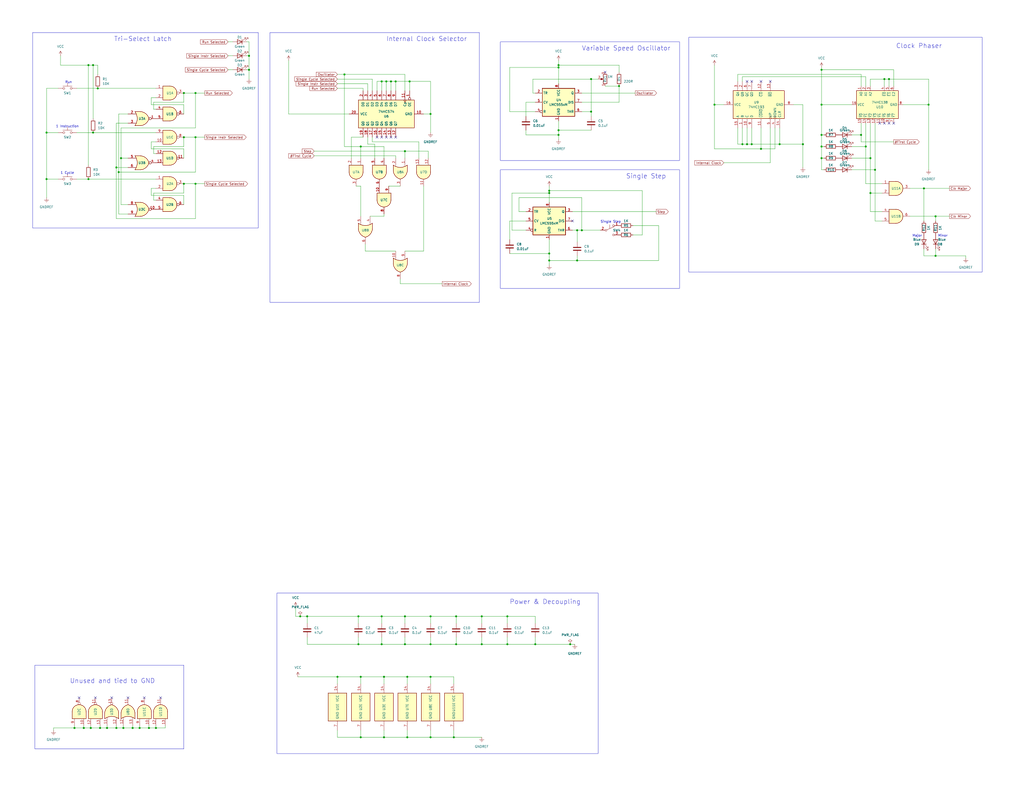
<source format=kicad_sch>
(kicad_sch (version 20230121) (generator eeschema)
  (paper "C")
  (title_block (title "<pcb-module>") (date "2022-10-29") (rev "1.0") (company "16-Bit Computer From Scratch") (comment 1 "Adam Clark (@eryjus)"))
  (junction (at 106.68 74.93))
  (junction (at 220.98 336.55))
  (junction (at 100.33 50.8))
  (junction (at 234.95 351.79))
  (junction (at 76.2 397.51))
  (junction (at 208.28 44.45))
  (junction (at 322.58 60.96))
  (junction (at 195.58 351.79))
  (junction (at 213.36 44.45))
  (junction (at 163.83 336.55))
  (junction (at 410.21 78.74))
  (junction (at 472.44 80.01))
  (junction (at 405.13 78.74))
  (junction (at 209.55 402.59))
  (junction (at 72.39 397.51))
  (junction (at 50.8 35.56))
  (junction (at 504.19 102.87))
  (junction (at 209.55 369.57))
  (junction (at 304.8 71.12))
  (junction (at 85.09 397.51))
  (junction (at 215.9 44.45))
  (junction (at 49.53 397.51))
  (junction (at 64.77 93.98))
  (junction (at 167.64 336.55))
  (junction (at 425.45 78.74))
  (junction (at 234.95 402.59))
  (junction (at 448.31 73.66))
  (junction (at 195.58 336.55))
  (junction (at 100.33 100.33))
  (junction (at 222.25 402.59))
  (junction (at 135.89 38.1))
  (junction (at 299.72 105.41))
  (junction (at 510.54 118.11))
  (junction (at 304.8 36.83))
  (junction (at 106.68 50.8))
  (junction (at 234.95 369.57))
  (junction (at 304.8 73.66))
  (junction (at 234.95 62.23))
  (junction (at 510.54 139.7))
  (junction (at 223.52 44.45))
  (junction (at 477.52 92.71))
  (junction (at 448.31 86.36))
  (junction (at 407.67 78.74))
  (junction (at 48.26 35.56))
  (junction (at 234.95 336.55))
  (junction (at 50.8 72.39))
  (junction (at 67.31 397.51))
  (junction (at 63.5 397.51))
  (junction (at 66.04 86.36))
  (junction (at 135.89 30.48))
  (junction (at 337.82 46.99))
  (junction (at 474.98 86.36))
  (junction (at 196.85 402.59))
  (junction (at 299.72 142.24))
  (junction (at 25.4 97.79))
  (junction (at 220.98 82.55))
  (junction (at 248.92 336.55))
  (junction (at 262.89 351.79))
  (junction (at 208.28 336.55))
  (junction (at 276.86 336.55))
  (junction (at 415.29 81.28))
  (junction (at 292.1 351.79))
  (junction (at 469.9 73.66))
  (junction (at 438.15 78.74))
  (junction (at 317.5 125.73))
  (junction (at 474.98 105.41))
  (junction (at 106.68 100.33))
  (junction (at 506.73 57.15))
  (junction (at 311.15 351.79))
  (junction (at 208.28 351.79))
  (junction (at 210.82 44.45))
  (junction (at 220.98 351.79))
  (junction (at 45.72 397.51))
  (junction (at 187.96 40.64))
  (junction (at 314.96 125.73))
  (junction (at 248.92 351.79))
  (junction (at 196.85 369.57))
  (junction (at 63.5 91.44))
  (junction (at 485.14 43.18))
  (junction (at 222.25 369.57))
  (junction (at 299.72 138.43))
  (junction (at 262.89 336.55))
  (junction (at 314.96 142.24))
  (junction (at 276.86 351.79))
  (junction (at 81.28 397.51))
  (junction (at 58.42 397.51))
  (junction (at 53.34 48.26))
  (junction (at 40.64 397.51))
  (junction (at 54.61 397.51))
  (junction (at 196.85 80.01))
  (junction (at 448.31 57.15))
  (junction (at 299.72 104.14))
  (junction (at 448.31 38.1))
  (junction (at 448.31 80.01))
  (junction (at 304.8 35.56))
  (junction (at 247.65 402.59))
  (junction (at 322.58 43.18))
  (junction (at 48.26 97.79))
  (junction (at 389.89 57.15))
  (junction (at 100.33 74.93))
  (junction (at 25.4 72.39))
  (junction (at 482.6 43.18))
  (junction (at 184.15 369.57))
  (no_connect (at 60.96 381))
  (no_connect (at 480.06 67.31))
  (no_connect (at 415.29 44.45))
  (no_connect (at 487.68 67.31))
  (no_connect (at 213.36 74.93))
  (no_connect (at 330.2 39.37))
  (no_connect (at 52.07 381))
  (no_connect (at 205.74 74.93))
  (no_connect (at 69.85 381))
  (no_connect (at 312.42 120.65))
  (no_connect (at 78.74 381))
  (no_connect (at 485.14 67.31))
  (no_connect (at 420.37 44.45))
  (no_connect (at 208.28 74.93))
  (no_connect (at 410.21 44.45))
  (no_connect (at 87.63 381))
  (no_connect (at 43.18 381))
  (no_connect (at 407.67 44.45))
  (no_connect (at 482.6 67.31))
  (no_connect (at 210.82 74.93))
  (no_connect (at 215.9 74.93))
  (wire (pts (xy 106.68 119.38) (xy 63.5 119.38)))
  (wire (pts (xy 50.8 35.56) (xy 53.34 35.56)))
  (wire (pts (xy 464.82 92.71) (xy 477.52 92.71)))
  (wire (pts (xy 196.85 86.36) (xy 196.85 80.01)))
  (wire (pts (xy 48.26 35.56) (xy 48.26 90.17)))
  (wire (pts (xy 389.89 57.15) (xy 389.89 35.56)))
  (wire (pts (xy 276.86 347.98) (xy 276.86 351.79)))
  (wire (pts (xy 234.95 62.23) (xy 234.95 44.45)))
  (wire (pts (xy 208.28 351.79) (xy 220.98 351.79)))
  (wire (pts (xy 215.9 85.09) (xy 171.45 85.09)))
  (wire (pts (xy 106.68 93.98) (xy 64.77 93.98)))
  (wire (pts (xy 31.75 48.26) (xy 25.4 48.26)))
  (wire (pts (xy 278.13 60.96) (xy 278.13 36.83)))
  (wire (pts (xy 203.2 77.47) (xy 228.6 77.47)))
  (wire (pts (xy 350.52 128.27) (xy 350.52 104.14)))
  (wire (pts (xy 83.82 80.01) (xy 100.33 80.01)))
  (wire (pts (xy 322.58 60.96) (xy 322.58 63.5)))
  (wire (pts (xy 510.54 118.11) (xy 510.54 120.65)))
  (wire (pts (xy 492.76 57.15) (xy 506.73 57.15)))
  (wire (pts (xy 208.28 340.36) (xy 208.28 336.55)))
  (wire (pts (xy 438.15 78.74) (xy 438.15 91.44)))
  (wire (pts (xy 228.6 77.47) (xy 228.6 86.36)))
  (wire (pts (xy 278.13 36.83) (xy 304.8 36.83)))
  (wire (pts (xy 299.72 138.43) (xy 299.72 142.24)))
  (wire (pts (xy 66.04 86.36) (xy 66.04 111.76)))
  (wire (pts (xy 184.15 45.72) (xy 200.66 45.72)))
  (wire (pts (xy 448.31 57.15) (xy 448.31 38.1)))
  (wire (pts (xy 312.42 115.57) (xy 358.14 115.57)))
  (wire (pts (xy 394.97 57.15) (xy 389.89 57.15)))
  (wire (pts (xy 106.68 50.8) (xy 111.76 50.8)))
  (wire (pts (xy 410.21 69.85) (xy 410.21 78.74)))
  (wire (pts (xy 53.34 48.26) (xy 85.09 48.26)))
  (wire (pts (xy 234.95 402.59) (xy 247.65 402.59)))
  (wire (pts (xy 231.14 137.16) (xy 220.98 137.16)))
  (wire (pts (xy 83.82 105.41) (xy 83.82 109.22)))
  (wire (pts (xy 100.33 50.8) (xy 100.33 55.88)))
  (wire (pts (xy 184.15 48.26) (xy 198.12 48.26)))
  (wire (pts (xy 215.9 44.45) (xy 223.52 44.45)))
  (wire (pts (xy 41.91 48.26) (xy 53.34 48.26)))
  (wire (pts (xy 76.2 396.24) (xy 76.2 397.51)))
  (wire (pts (xy 167.64 347.98) (xy 167.64 351.79)))
  (wire (pts (xy 83.82 109.22) (xy 85.09 109.22)))
  (wire (pts (xy 66.04 86.36) (xy 69.85 86.36)))
  (wire (pts (xy 100.33 74.93) (xy 106.68 74.93)))
  (wire (pts (xy 407.67 78.74) (xy 410.21 78.74)))
  (wire (pts (xy 196.85 118.11) (xy 196.85 101.6)))
  (wire (pts (xy 464.82 57.15) (xy 448.31 57.15)))
  (wire (pts (xy 31.75 97.79) (xy 25.4 97.79)))
  (wire (pts (xy 184.15 402.59) (xy 196.85 402.59)))
  (wire (pts (xy 196.85 369.57) (xy 209.55 369.57)))
  (wire (pts (xy 278.13 138.43) (xy 299.72 138.43)))
  (wire (pts (xy 234.95 369.57) (xy 234.95 373.38)))
  (wire (pts (xy 63.5 119.38) (xy 63.5 91.44)))
  (wire (pts (xy 54.61 396.24) (xy 54.61 397.51)))
  (wire (pts (xy 161.29 336.55) (xy 161.29 331.47)))
  (wire (pts (xy 29.21 397.51) (xy 40.64 397.51)))
  (wire (pts (xy 448.31 80.01) (xy 449.58 80.01)))
  (wire (pts (xy 449.58 92.71) (xy 448.31 92.71)))
  (wire (pts (xy 124.46 22.86) (xy 127 22.86)))
  (wire (pts (xy 234.95 351.79) (xy 248.92 351.79)))
  (wire (pts (xy 482.6 43.18) (xy 485.14 43.18)))
  (wire (pts (xy 195.58 340.36) (xy 195.58 336.55)))
  (wire (pts (xy 25.4 97.79) (xy 25.4 107.95)))
  (wire (pts (xy 135.89 22.86) (xy 135.89 30.48)))
  (wire (pts (xy 208.28 44.45) (xy 210.82 44.45)))
  (wire (pts (xy 283.21 115.57) (xy 283.21 107.95)))
  (wire (pts (xy 76.2 397.51) (xy 72.39 397.51)))
  (wire (pts (xy 425.45 78.74) (xy 438.15 78.74)))
  (wire (pts (xy 234.95 347.98) (xy 234.95 351.79)))
  (wire (pts (xy 287.02 73.66) (xy 304.8 73.66)))
  (wire (pts (xy 41.91 97.79) (xy 48.26 97.79)))
  (wire (pts (xy 248.92 347.98) (xy 248.92 351.79)))
  (wire (pts (xy 345.44 128.27) (xy 350.52 128.27)))
  (wire (pts (xy 394.97 88.9) (xy 420.37 88.9)))
  (wire (pts (xy 322.58 60.96) (xy 322.58 43.18)))
  (wire (pts (xy 326.39 43.18) (xy 322.58 43.18)))
  (wire (pts (xy 292.1 60.96) (xy 278.13 60.96)))
  (wire (pts (xy 33.02 35.56) (xy 33.02 30.48)))
  (wire (pts (xy 85.09 396.24) (xy 85.09 397.51)))
  (wire (pts (xy 469.9 40.64) (xy 469.9 46.99)))
  (wire (pts (xy 31.75 72.39) (xy 25.4 72.39)))
  (wire (pts (xy 209.55 402.59) (xy 222.25 402.59)))
  (wire (pts (xy 63.5 91.44) (xy 69.85 91.44)))
  (wire (pts (xy 299.72 101.6) (xy 299.72 104.14)))
  (wire (pts (xy 474.98 86.36) (xy 474.98 67.31)))
  (wire (pts (xy 485.14 43.18) (xy 485.14 46.99)))
  (wire (pts (xy 67.31 396.24) (xy 67.31 397.51)))
  (wire (pts (xy 464.82 80.01) (xy 472.44 80.01)))
  (wire (pts (xy 209.55 86.36) (xy 209.55 80.01)))
  (wire (pts (xy 187.96 80.01) (xy 187.96 40.64)))
  (wire (pts (xy 469.9 77.47) (xy 469.9 73.66)))
  (wire (pts (xy 415.29 69.85) (xy 415.29 81.28)))
  (wire (pts (xy 100.33 86.36) (xy 100.33 81.28)))
  (wire (pts (xy 487.68 77.47) (xy 469.9 77.47)))
  (wire (pts (xy 64.77 62.23) (xy 69.85 62.23)))
  (wire (pts (xy 472.44 80.01) (xy 472.44 100.33)))
  (wire (pts (xy 292.1 347.98) (xy 292.1 351.79)))
  (wire (pts (xy 220.98 347.98) (xy 220.98 351.79)))
  (wire (pts (xy 448.31 38.1) (xy 448.31 36.83)))
  (wire (pts (xy 474.98 115.57) (xy 474.98 105.41)))
  (wire (pts (xy 487.68 46.99) (xy 487.68 38.1)))
  (wire (pts (xy 223.52 49.53) (xy 223.52 44.45)))
  (wire (pts (xy 49.53 397.51) (xy 54.61 397.51)))
  (wire (pts (xy 485.14 43.18) (xy 506.73 43.18)))
  (wire (pts (xy 195.58 347.98) (xy 195.58 351.79)))
  (wire (pts (xy 222.25 402.59) (xy 234.95 402.59)))
  (wire (pts (xy 209.55 373.38) (xy 209.55 369.57)))
  (wire (pts (xy 157.48 62.23) (xy 157.48 33.02)))
  (wire (pts (xy 222.25 369.57) (xy 209.55 369.57)))
  (wire (pts (xy 100.33 111.76) (xy 100.33 106.68)))
  (wire (pts (xy 422.91 69.85) (xy 422.91 81.28)))
  (wire (pts (xy 314.96 125.73) (xy 312.42 125.73)))
  (wire (pts (xy 81.28 396.24) (xy 81.28 397.51)))
  (wire (pts (xy 82.55 53.34) (xy 85.09 53.34)))
  (wire (pts (xy 41.91 72.39) (xy 50.8 72.39)))
  (wire (pts (xy 100.33 50.8) (xy 106.68 50.8)))
  (wire (pts (xy 276.86 336.55) (xy 276.86 340.36)))
  (wire (pts (xy 212.09 101.6) (xy 218.44 101.6)))
  (wire (pts (xy 25.4 48.26) (xy 25.4 72.39)))
  (wire (pts (xy 504.19 102.87) (xy 518.16 102.87)))
  (wire (pts (xy 405.13 78.74) (xy 407.67 78.74)))
  (wire (pts (xy 67.31 397.51) (xy 63.5 397.51)))
  (wire (pts (xy 233.68 82.55) (xy 233.68 86.36)))
  (wire (pts (xy 198.12 74.93) (xy 191.77 74.93)))
  (wire (pts (xy 63.5 67.31) (xy 69.85 67.31)))
  (wire (pts (xy 198.12 48.26) (xy 198.12 49.53)))
  (wire (pts (xy 208.28 347.98) (xy 208.28 351.79)))
  (wire (pts (xy 90.17 396.24) (xy 90.17 397.51)))
  (wire (pts (xy 287.02 71.12) (xy 287.02 73.66)))
  (wire (pts (xy 402.59 44.45) (xy 402.59 40.64)))
  (wire (pts (xy 200.66 45.72) (xy 200.66 49.53)))
  (wire (pts (xy 322.58 71.12) (xy 304.8 71.12)))
  (wire (pts (xy 195.58 351.79) (xy 208.28 351.79)))
  (wire (pts (xy 167.64 336.55) (xy 163.83 336.55)))
  (wire (pts (xy 29.21 398.78) (xy 29.21 397.51)))
  (wire (pts (xy 196.85 101.6) (xy 194.31 101.6)))
  (wire (pts (xy 474.98 105.41) (xy 481.33 105.41)))
  (wire (pts (xy 222.25 398.78) (xy 222.25 402.59)))
  (wire (pts (xy 405.13 69.85) (xy 405.13 78.74)))
  (wire (pts (xy 247.65 402.59) (xy 262.89 402.59)))
  (wire (pts (xy 402.59 78.74) (xy 405.13 78.74)))
  (wire (pts (xy 167.64 351.79) (xy 195.58 351.79)))
  (wire (pts (xy 276.86 351.79) (xy 292.1 351.79)))
  (wire (pts (xy 287.02 115.57) (xy 283.21 115.57)))
  (wire (pts (xy 53.34 35.56) (xy 53.34 40.64)))
  (wire (pts (xy 63.5 91.44) (xy 63.5 67.31)))
  (wire (pts (xy 231.14 62.23) (xy 234.95 62.23)))
  (wire (pts (xy 474.98 115.57) (xy 481.33 115.57)))
  (wire (pts (xy 81.28 397.51) (xy 76.2 397.51)))
  (wire (pts (xy 248.92 351.79) (xy 262.89 351.79)))
  (wire (pts (xy 167.64 336.55) (xy 195.58 336.55)))
  (wire (pts (xy 278.13 120.65) (xy 287.02 120.65)))
  (wire (pts (xy 262.89 347.98) (xy 262.89 351.79)))
  (wire (pts (xy 50.8 72.39) (xy 85.09 72.39)))
  (wire (pts (xy 200.66 74.93) (xy 200.66 78.74)))
  (wire (pts (xy 218.44 152.4) (xy 218.44 154.94)))
  (wire (pts (xy 425.45 69.85) (xy 425.45 78.74)))
  (wire (pts (xy 63.5 397.51) (xy 63.5 396.24)))
  (wire (pts (xy 58.42 397.51) (xy 63.5 397.51)))
  (wire (pts (xy 506.73 57.15) (xy 506.73 92.71)))
  (wire (pts (xy 100.33 105.41) (xy 83.82 105.41)))
  (wire (pts (xy 299.72 130.81) (xy 299.72 138.43)))
  (wire (pts (xy 279.4 105.41) (xy 299.72 105.41)))
  (wire (pts (xy 234.95 72.39) (xy 234.95 62.23)))
  (wire (pts (xy 49.53 396.24) (xy 49.53 397.51)))
  (wire (pts (xy 66.04 69.85) (xy 66.04 86.36)))
  (wire (pts (xy 100.33 81.28) (xy 82.55 81.28)))
  (wire (pts (xy 100.33 100.33) (xy 106.68 100.33)))
  (wire (pts (xy 279.4 125.73) (xy 279.4 105.41)))
  (wire (pts (xy 83.82 55.88) (xy 83.82 59.69)))
  (wire (pts (xy 234.95 340.36) (xy 234.95 336.55)))
  (wire (pts (xy 220.98 40.64) (xy 220.98 49.53)))
  (wire (pts (xy 359.41 123.19) (xy 359.41 142.24)))
  (wire (pts (xy 317.5 55.88) (xy 337.82 55.88)))
  (wire (pts (xy 100.33 80.01) (xy 100.33 74.93)))
  (wire (pts (xy 322.58 43.18) (xy 290.83 43.18)))
  (wire (pts (xy 464.82 73.66) (xy 469.9 73.66)))
  (wire (pts (xy 304.8 76.2) (xy 304.8 73.66)))
  (wire (pts (xy 220.98 82.55) (xy 233.68 82.55)))
  (wire (pts (xy 90.17 397.51) (xy 85.09 397.51)))
  (wire (pts (xy 223.52 44.45) (xy 234.95 44.45)))
  (wire (pts (xy 210.82 44.45) (xy 213.36 44.45)))
  (wire (pts (xy 82.55 57.15) (xy 82.55 53.34)))
  (wire (pts (xy 82.55 106.68) (xy 82.55 102.87)))
  (wire (pts (xy 299.72 104.14) (xy 299.72 105.41)))
  (wire (pts (xy 405.13 44.45) (xy 405.13 41.91)))
  (wire (pts (xy 203.2 74.93) (xy 203.2 77.47)))
  (wire (pts (xy 504.19 120.65) (xy 504.19 102.87)))
  (wire (pts (xy 124.46 30.48) (xy 127 30.48)))
  (wire (pts (xy 327.66 125.73) (xy 317.5 125.73)))
  (wire (pts (xy 262.89 351.79) (xy 276.86 351.79)))
  (wire (pts (xy 420.37 88.9) (xy 420.37 69.85)))
  (wire (pts (xy 345.44 123.19) (xy 359.41 123.19)))
  (wire (pts (xy 200.66 78.74) (xy 204.47 78.74)))
  (wire (pts (xy 234.95 398.78) (xy 234.95 402.59)))
  (wire (pts (xy 134.62 38.1) (xy 135.89 38.1)))
  (wire (pts (xy 304.8 35.56) (xy 337.82 35.56)))
  (wire (pts (xy 184.15 40.64) (xy 187.96 40.64)))
  (wire (pts (xy 314.96 142.24) (xy 299.72 142.24)))
  (wire (pts (xy 220.98 336.55) (xy 208.28 336.55)))
  (wire (pts (xy 292.1 55.88) (xy 287.02 55.88)))
  (wire (pts (xy 247.65 369.57) (xy 234.95 369.57)))
  (wire (pts (xy 438.15 57.15) (xy 438.15 78.74)))
  (wire (pts (xy 299.72 144.78) (xy 299.72 142.24)))
  (wire (pts (xy 106.68 74.93) (xy 106.68 93.98)))
  (wire (pts (xy 292.1 351.79) (xy 311.15 351.79)))
  (wire (pts (xy 262.89 336.55) (xy 262.89 340.36)))
  (wire (pts (xy 402.59 40.64) (xy 469.9 40.64)))
  (wire (pts (xy 203.2 43.18) (xy 203.2 49.53)))
  (wire (pts (xy 134.62 30.48) (xy 135.89 30.48)))
  (wire (pts (xy 196.85 369.57) (xy 184.15 369.57)))
  (wire (pts (xy 247.65 398.78) (xy 247.65 402.59)))
  (wire (pts (xy 317.5 107.95) (xy 317.5 125.73)))
  (wire (pts (xy 248.92 336.55) (xy 248.92 340.36)))
  (wire (pts (xy 196.85 373.38) (xy 196.85 369.57)))
  (wire (pts (xy 106.68 74.93) (xy 111.76 74.93)))
  (wire (pts (xy 504.19 135.89) (xy 504.19 139.7)))
  (wire (pts (xy 422.91 81.28) (xy 415.29 81.28)))
  (wire (pts (xy 100.33 106.68) (xy 82.55 106.68)))
  (wire (pts (xy 337.82 46.99) (xy 337.82 55.88)))
  (wire (pts (xy 167.64 336.55) (xy 167.64 340.36)))
  (wire (pts (xy 402.59 69.85) (xy 402.59 78.74)))
  (wire (pts (xy 292.1 340.36) (xy 292.1 336.55)))
  (wire (pts (xy 448.31 80.01) (xy 448.31 73.66)))
  (wire (pts (xy 234.95 369.57) (xy 222.25 369.57)))
  (wire (pts (xy 64.77 93.98) (xy 64.77 62.23)))
  (wire (pts (xy 209.55 118.11) (xy 209.55 116.84)))
  (wire (pts (xy 290.83 50.8) (xy 292.1 50.8)))
  (wire (pts (xy 317.5 50.8) (xy 346.71 50.8)))
  (wire (pts (xy 448.31 92.71) (xy 448.31 86.36)))
  (wire (pts (xy 85.09 83.82) (xy 83.82 83.82)))
  (wire (pts (xy 135.89 38.1) (xy 135.89 43.18)))
  (wire (pts (xy 195.58 336.55) (xy 208.28 336.55)))
  (wire (pts (xy 304.8 33.02) (xy 304.8 35.56)))
  (wire (pts (xy 472.44 100.33) (xy 481.33 100.33)))
  (wire (pts (xy 205.74 44.45) (xy 208.28 44.45)))
  (wire (pts (xy 474.98 105.41) (xy 474.98 86.36)))
  (wire (pts (xy 40.64 396.24) (xy 40.64 397.51)))
  (wire (pts (xy 407.67 69.85) (xy 407.67 78.74)))
  (wire (pts (xy 106.68 100.33) (xy 106.68 119.38)))
  (wire (pts (xy 278.13 130.81) (xy 278.13 120.65)))
  (wire (pts (xy 317.5 125.73) (xy 314.96 125.73)))
  (wire (pts (xy 314.96 139.7) (xy 314.96 142.24)))
  (wire (pts (xy 299.72 105.41) (xy 299.72 110.49)))
  (wire (pts (xy 487.68 38.1) (xy 448.31 38.1)))
  (wire (pts (xy 314.96 125.73) (xy 314.96 132.08)))
  (wire (pts (xy 504.19 139.7) (xy 510.54 139.7)))
  (wire (pts (xy 72.39 396.24) (xy 72.39 397.51)))
  (wire (pts (xy 40.64 397.51) (xy 45.72 397.51)))
  (wire (pts (xy 474.98 43.18) (xy 482.6 43.18)))
  (wire (pts (xy 83.82 59.69) (xy 85.09 59.69)))
  (wire (pts (xy 100.33 55.88) (xy 83.82 55.88)))
  (wire (pts (xy 209.55 398.78) (xy 209.55 402.59)))
  (wire (pts (xy 196.85 80.01) (xy 187.96 80.01)))
  (wire (pts (xy 510.54 139.7) (xy 510.54 135.89)))
  (wire (pts (xy 215.9 49.53) (xy 215.9 44.45)))
  (wire (pts (xy 58.42 396.24) (xy 58.42 397.51)))
  (wire (pts (xy 283.21 107.95) (xy 317.5 107.95)))
  (wire (pts (xy 350.52 104.14) (xy 299.72 104.14)))
  (wire (pts (xy 85.09 397.51) (xy 81.28 397.51)))
  (wire (pts (xy 64.77 116.84) (xy 64.77 93.98)))
  (wire (pts (xy 69.85 116.84) (xy 64.77 116.84)))
  (wire (pts (xy 247.65 373.38) (xy 247.65 369.57)))
  (wire (pts (xy 359.41 142.24) (xy 314.96 142.24)))
  (wire (pts (xy 220.98 336.55) (xy 234.95 336.55)))
  (wire (pts (xy 222.25 373.38) (xy 222.25 369.57)))
  (wire (pts (xy 472.44 41.91) (xy 472.44 46.99)))
  (wire (pts (xy 472.44 67.31) (xy 472.44 80.01)))
  (wire (pts (xy 304.8 36.83) (xy 304.8 45.72)))
  (wire (pts (xy 496.57 118.11) (xy 510.54 118.11)))
  (wire (pts (xy 100.33 100.33) (xy 100.33 105.41)))
  (wire (pts (xy 124.46 38.1) (xy 127 38.1)))
  (wire (pts (xy 477.52 92.71) (xy 477.52 67.31)))
  (wire (pts (xy 415.29 81.28) (xy 389.89 81.28)))
  (wire (pts (xy 220.98 351.79) (xy 234.95 351.79)))
  (wire (pts (xy 82.55 102.87) (xy 85.09 102.87)))
  (wire (pts (xy 82.55 81.28) (xy 82.55 77.47)))
  (wire (pts (xy 201.93 118.11) (xy 209.55 118.11)))
  (wire (pts (xy 66.04 111.76) (xy 69.85 111.76)))
  (wire (pts (xy 481.33 120.65) (xy 477.52 120.65)))
  (wire (pts (xy 496.57 102.87) (xy 504.19 102.87)))
  (wire (pts (xy 106.68 100.33) (xy 111.76 100.33)))
  (wire (pts (xy 231.14 101.6) (xy 231.14 137.16)))
  (wire (pts (xy 464.82 86.36) (xy 474.98 86.36)))
  (wire (pts (xy 106.68 50.8) (xy 106.68 69.85)))
  (wire (pts (xy 210.82 49.53) (xy 210.82 44.45)))
  (wire (pts (xy 190.5 62.23) (xy 157.48 62.23)))
  (wire (pts (xy 389.89 81.28) (xy 389.89 57.15)))
  (wire (pts (xy 215.9 137.16) (xy 199.39 137.16)))
  (wire (pts (xy 477.52 120.65) (xy 477.52 92.71)))
  (wire (pts (xy 510.54 118.11) (xy 518.16 118.11)))
  (wire (pts (xy 106.68 69.85) (xy 66.04 69.85)))
  (wire (pts (xy 134.62 22.86) (xy 135.89 22.86)))
  (wire (pts (xy 196.85 402.59) (xy 209.55 402.59)))
  (wire (pts (xy 337.82 39.37) (xy 337.82 35.56)))
  (wire (pts (xy 330.2 46.99) (xy 337.82 46.99)))
  (wire (pts (xy 311.15 351.79) (xy 313.69 351.79)))
  (wire (pts (xy 54.61 397.51) (xy 58.42 397.51)))
  (wire (pts (xy 50.8 64.77) (xy 50.8 35.56)))
  (wire (pts (xy 218.44 154.94) (xy 241.3 154.94)))
  (wire (pts (xy 48.26 97.79) (xy 85.09 97.79)))
  (wire (pts (xy 304.8 73.66) (xy 304.8 71.12)))
  (wire (pts (xy 33.02 35.56) (xy 48.26 35.56)))
  (wire (pts (xy 304.8 71.12) (xy 304.8 66.04)))
  (wire (pts (xy 410.21 78.74) (xy 425.45 78.74)))
  (wire (pts (xy 482.6 43.18) (xy 482.6 46.99)))
  (wire (pts (xy 215.9 86.36) (xy 215.9 85.09)))
  (wire (pts (xy 82.55 77.47) (xy 85.09 77.47)))
  (wire (pts (xy 448.31 73.66) (xy 448.31 57.15)))
  (wire (pts (xy 204.47 78.74) (xy 204.47 86.36)))
  (wire (pts (xy 220.98 340.36) (xy 220.98 336.55)))
  (wire (pts (xy 209.55 80.01) (xy 196.85 80.01)))
  (wire (pts (xy 527.05 139.7) (xy 527.05 140.97)))
  (wire (pts (xy 510.54 139.7) (xy 527.05 139.7)))
  (wire (pts (xy 187.96 40.64) (xy 220.98 40.64)))
  (wire (pts (xy 276.86 336.55) (xy 292.1 336.55)))
  (wire (pts (xy 184.15 369.57) (xy 184.15 373.38)))
  (wire (pts (xy 213.36 44.45) (xy 215.9 44.45)))
  (wire (pts (xy 184.15 369.57) (xy 162.56 369.57)))
  (wire (pts (xy 287.02 55.88) (xy 287.02 63.5)))
  (wire (pts (xy 199.39 133.35) (xy 199.39 137.16)))
  (wire (pts (xy 262.89 336.55) (xy 276.86 336.55)))
  (wire (pts (xy 184.15 43.18) (xy 203.2 43.18)))
  (wire (pts (xy 135.89 30.48) (xy 135.89 38.1)))
  (wire (pts (xy 469.9 73.66) (xy 469.9 67.31)))
  (wire (pts (xy 448.31 73.66) (xy 449.58 73.66)))
  (wire (pts (xy 100.33 57.15) (xy 82.55 57.15)))
  (wire (pts (xy 474.98 46.99) (xy 474.98 43.18)))
  (wire (pts (xy 48.26 35.56) (xy 50.8 35.56)))
  (wire (pts (xy 196.85 398.78) (xy 196.85 402.59)))
  (wire (pts (xy 448.31 86.36) (xy 449.58 86.36)))
  (wire (pts (xy 290.83 43.18) (xy 290.83 50.8)))
  (wire (pts (xy 25.4 72.39) (xy 25.4 97.79)))
  (wire (pts (xy 163.83 336.55) (xy 161.29 336.55)))
  (wire (pts (xy 433.07 57.15) (xy 438.15 57.15)))
  (wire (pts (xy 191.77 74.93) (xy 191.77 86.36)))
  (wire (pts (xy 45.72 397.51) (xy 49.53 397.51)))
  (wire (pts (xy 234.95 336.55) (xy 248.92 336.55)))
  (wire (pts (xy 405.13 41.91) (xy 472.44 41.91)))
  (wire (pts (xy 287.02 125.73) (xy 279.4 125.73)))
  (wire (pts (xy 220.98 82.55) (xy 220.98 86.36)))
  (wire (pts (xy 184.15 398.78) (xy 184.15 402.59)))
  (wire (pts (xy 83.82 83.82) (xy 83.82 80.01)))
  (wire (pts (xy 208.28 49.53) (xy 208.28 44.45)))
  (wire (pts (xy 304.8 35.56) (xy 304.8 36.83)))
  (wire (pts (xy 448.31 86.36) (xy 448.31 80.01)))
  (wire (pts (xy 171.45 82.55) (xy 220.98 82.55)))
  (wire (pts (xy 100.33 62.23) (xy 100.33 57.15)))
  (wire (pts (xy 317.5 60.96) (xy 322.58 60.96)))
  (wire (pts (xy 506.73 43.18) (xy 506.73 57.15)))
  (wire (pts (xy 213.36 49.53) (xy 213.36 44.45)))
  (wire (pts (xy 45.72 396.24) (xy 45.72 397.51)))
  (wire (pts (xy 72.39 397.51) (xy 67.31 397.51)))
  (wire (pts (xy 248.92 336.55) (xy 262.89 336.55)))
  (wire (pts (xy 205.74 49.53) (xy 205.74 44.45)))
  (rectangle (start 151.13 323.85) (end 326.39 411.48))
  (rectangle (start 273.05 92.71) (end 370.84 157.48))
  (rectangle (start 375.92 20.32) (end 535.94 148.59))
  (rectangle (start 273.05 22.86) (end 370.84 87.63))
  (rectangle (start 17.78 17.78) (end 140.97 124.46))
  (rectangle (start 147.32 17.78) (end 261.62 165.1))
  (rectangle (start 19.05 363.22) (end 100.33 408.94))
  (text "Internal Clock Selector" (at 210.82 22.86 0) (effects (font (size 2.5 2.5)) (justify left bottom)))
  (text "Major" (at 497.84 129.54 0) (effects (font (size 1.27 1.27)) (justify left bottom)))
  (text "1 Instruction" (at 30.48 69.85 0) (effects (font (size 1.27 1.27)) (justify left bottom)))
  (text "Tri-Select Latch" (at 62.23 22.86 0) (effects (font (size 2.5 2.5)) (justify left bottom)))
  (text "Run" (at 35.56 45.72 0) (effects (font (size 1.27 1.27)) (justify left bottom)))
  (text "Minor" (at 511.81 129.54 0) (effects (font (size 1.27 1.27)) (justify left bottom)))
  (text "Power & Decoupling" (at 278.13 330.2 0) (effects (font (size 2.5 2.5)) (justify left bottom)))
  (text "1 Cycle" (at 33.02 95.25 0) (effects (font (size 1.27 1.27)) (justify left bottom)))
  (text "Single Step" (at 341.63 97.79 0) (effects (font (size 2.5 2.5)) (justify left bottom)))
  (text "Single Step" (at 327.66 121.92 0) (effects (font (size 1.27 1.27)) (justify left bottom)))
  (text "Clock Phaser" (at 488.95 26.67 0) (effects (font (size 2.5 2.5)) (justify left bottom)))
  (text "Variable Speed Oscillator" (at 317.5 27.94 0) (effects (font (size 2.5 2.5)) (justify left bottom)))
  (text "Unused and tied to GND" (at 38.1 373.38 0) (effects (font (size 2.5 2.5)) (justify left bottom)))
  (global_label "Oscillator" (shape input) (at 184.15 40.64 180) (property "Intersheetrefs" "${INTERSHEET_REFS}" (effects hide)))
  (global_label "Single Cycle Selected" (shape input) (at 184.15 43.18 180) (property "Intersheetrefs" "${INTERSHEET_REFS}" (effects hide)))
  (global_label "Run Selected" (shape input) (at 184.15 48.26 180) (property "Intersheetrefs" "${INTERSHEET_REFS}" (effects hide)))
  (global_label "Run Selected" (shape output) (at 111.76 50.8 0) (property "Intersheetrefs" "${INTERSHEET_REFS}" (effects hide)))
  (global_label "Internal Clock" (shape input) (at 394.97 88.9 180) (property "Intersheetrefs" "${INTERSHEET_REFS}" (effects hide)))
  (global_label "Internal Clock" (shape output) (at 241.3 154.94 0) (property "Intersheetrefs" "${INTERSHEET_REFS}" (effects hide)))
  (global_label "Single Instr Selected" (shape output) (at 111.76 74.93 0) (property "Intersheetrefs" "${INTERSHEET_REFS}" (effects hide)))
  (global_label "#First Cycle" (shape input) (at 171.45 85.09 180) (property "Intersheetrefs" "${INTERSHEET_REFS}" (effects hide)))
  (global_label "Clk Major" (shape output) (at 518.16 102.87 0) (property "Intersheetrefs" "${INTERSHEET_REFS}" (effects hide)))
  (global_label "Single Instr Selected" (shape input) (at 124.46 30.48 180) (property "Intersheetrefs" "${INTERSHEET_REFS}" (effects hide)))
  (global_label "Step" (shape output) (at 358.14 115.57 0) (property "Intersheetrefs" "${INTERSHEET_REFS}" (effects hide)))
  (global_label "Single Instr Selected" (shape input) (at 184.15 45.72 180) (property "Intersheetrefs" "${INTERSHEET_REFS}" (effects hide)))
  (global_label "#First Cycle" (shape output) (at 487.68 77.47 0) (property "Intersheetrefs" "${INTERSHEET_REFS}" (effects hide)))
  (global_label "Single Cycle Selected" (shape output) (at 111.76 100.33 0) (property "Intersheetrefs" "${INTERSHEET_REFS}" (effects hide)))
  (global_label "Oscillator" (shape output) (at 346.71 50.8 0) (property "Intersheetrefs" "${INTERSHEET_REFS}" (effects hide)))
  (global_label "Single Cycle Selected" (shape input) (at 124.46 38.1 180) (property "Intersheetrefs" "${INTERSHEET_REFS}" (effects hide)))
  (global_label "Step" (shape input) (at 171.45 82.55 180) (property "Intersheetrefs" "${INTERSHEET_REFS}" (effects hide)))
  (global_label "Clk Minor" (shape output) (at 518.16 118.11 0) (property "Intersheetrefs" "${INTERSHEET_REFS}" (effects hide)))
  (global_label "Run Selected" (shape input) (at 124.46 22.86 180) (property "Intersheetrefs" "${INTERSHEET_REFS}" (effects hide)))
  (symbol (lib_id "Device:R") (at 337.82 43.18 0) (unit 1)
    (property "Reference" "R4" (at 337.82 44.45 90) (effects (justify left)))
    (property "Value" "220R" (at 340.36 44.45 0) (effects (justify left)))
  )
  (symbol (lib_id "Device:R") (at 453.39 80.01 90) (unit 1)
    (property "Reference" "R8" (at 453.39 80.01 90))
    (property "Value" "1K" (at 453.39 77.47 90))
  )
  (symbol (lib_id "Device:C") (at 278.13 134.62 0) (unit 1)
    (property "Reference" "C8" (at 281.94 133.35 0) (effects (justify left)))
    (property "Value" "0.01uF" (at 281.94 135.89 0) (effects (justify left)))
  )
  (symbol (lib_id "eryjus:74HC08") (at 194.31 93.98 270) (unit 1)
    (property "Reference" "U7" (at 194.31 93.98 90))
    (property "Value" "74HC08" (effects hide))
    (property "Datasheet" "http://www.ti.com/lit/gpn/sn74HC08" (effects hide))
  )
  (symbol (lib_id "74xx:74HC02") (at 77.47 88.9 0) (unit 2)
    (property "Reference" "U3" (at 77.47 88.9 0))
    (property "Value" "74HC02" (effects hide))
    (property "Datasheet" "http://www.ti.com/lit/gpn/sn74hc02" (effects hide))
  )
  (symbol (lib_id "Device:R") (at 53.34 44.45 0) (unit 1)
    (property "Reference" "R1" (at 55.88 43.18 0) (effects (justify left)))
    (property "Value" "10K" (at 55.88 45.72 0) (effects (justify left)))
  )
  (symbol (lib_id "eryjus:74HC08") (at 488.95 118.11 0) (unit 2)
    (property "Reference" "U11" (at 488.95 118.11 0))
    (property "Value" "74HC00" (effects hide))
    (property "Datasheet" "http://www.ti.com/lit/gpn/sn74HC08" (effects hide))
  )
  (symbol (lib_id "eryjus:74HC08") (at 78.74 388.62 90) (unit 3)
    (property "Reference" "U11" (at 78.74 388.62 0))
    (property "Value" "74HC00" (effects hide))
    (property "Datasheet" "http://www.ti.com/lit/gpn/sn74HC08" (effects hide))
  )
  (symbol (lib_id "eryjus:74HC32") (at 218.44 93.98 270) (unit 1)
    (property "Reference" "U8" (at 218.44 93.98 90))
    (property "Value" "74HC32" (effects hide))
    (property "Datasheet" "http://www.ti.com/lit/gpn/sn74HC32" (effects hide))
  )
  (symbol (lib_id "74xx:74HC00") (at 184.15 386.08 0) (mirror y) (unit 5)
    (property "Reference" "U1" (at 184.15 386.08 90))
    (property "Value" "74HC00" (effects hide))
    (property "Datasheet" "http://www.ti.com/lit/gpn/sn74hc00" (effects hide))
  )
  (symbol (lib_id "power:VCC") (at 157.48 33.02 0) (mirror y) (unit 1)
    (property "Reference" "#PWR013" (effects hide))
    (property "Value" "VCC" (at 157.48 27.94 0))
  )
  (symbol (lib_id "eryjus:74HC08") (at 247.65 386.08 0) (unit 5)
    (property "Reference" "U11" (at 247.65 386.08 90))
    (property "Value" "74HC00" (effects hide))
    (property "Datasheet" "http://www.ti.com/lit/gpn/sn74HC08" (effects hide))
  )
  (symbol (lib_id "Device:R_Potentiometer") (at 330.2 43.18 180) (unit 1)
    (property "Reference" "RV1" (at 330.2 43.18 90))
    (property "Value" "1M" (at 331.47 41.91 0) (effects (justify right)))
  )
  (symbol (lib_id "power:GNDREF") (at 262.89 402.59 0) (mirror y) (unit 1)
    (property "Reference" "#PWR03" (effects hide))
    (property "Value" "GNDREF" (at 262.89 407.67 0))
  )
  (symbol (lib_id "power:GNDREF") (at 25.4 107.95 0) (unit 1)
    (property "Reference" "#PWR01" (effects hide))
    (property "Value" "GNDREF" (at 25.4 113.03 0))
  )
  (symbol (lib_id "Device:R") (at 50.8 68.58 0) (unit 1)
    (property "Reference" "R2" (at 53.34 67.31 0) (effects (justify left)))
    (property "Value" "10K" (at 53.34 69.85 0) (effects (justify left)))
  )
  (symbol (lib_id "Device:R") (at 48.26 93.98 0) (unit 1)
    (property "Reference" "R3" (at 50.8 92.71 0) (effects (justify left)))
    (property "Value" "10K" (at 50.8 95.25 0) (effects (justify left)))
  )
  (symbol (lib_id "power:VCC") (at 448.31 36.83 0) (mirror y) (unit 1)
    (property "Reference" "#PWR017" (effects hide))
    (property "Value" "VCC" (at 448.31 31.75 0))
  )
  (symbol (lib_id "Switch:SW_Push") (at 36.83 72.39 0) (unit 1)
    (property "Reference" "SW2" (at 36.83 74.93 0))
    (property "Value" "SPST Momentary" (effects hide))
  )
  (symbol (lib_id "Device:C") (at 167.64 344.17 0) (unit 1)
    (property "Reference" "C1" (at 171.45 342.9 0) (effects (justify left)))
    (property "Value" "47uF" (at 171.45 345.44 0) (effects (justify left)))
  )
  (symbol (lib_id "power:PWR_FLAG") (at 311.15 351.79 0) (unit 1)
    (property "Reference" "#FLG02" (effects hide))
    (property "Value" "PWR_FLAG" (at 311.15 346.71 0))
  )
  (symbol (lib_id "74xx:74HC00") (at 92.71 111.76 0) (unit 2)
    (property "Reference" "U2" (at 92.71 111.76 0))
    (property "Value" "74HC00" (effects hide))
    (property "Datasheet" "http://www.ti.com/lit/gpn/sn74hc00" (effects hide))
  )
  (symbol (lib_id "Device:C") (at 322.58 67.31 0) (unit 1)
    (property "Reference" "C5" (at 326.39 66.04 0) (effects (justify left)))
    (property "Value" "0.1uF" (at 326.39 68.58 0) (effects (justify left)))
  )
  (symbol (lib_id "power:GNDREF") (at 299.72 144.78 0) (unit 1)
    (property "Reference" "#PWR011" (effects hide))
    (property "Value" "GNDREF" (at 299.72 149.86 0))
  )
  (symbol (lib_id "74xx:74HC02") (at 77.47 114.3 0) (unit 3)
    (property "Reference" "U3" (at 77.47 114.3 0))
    (property "Value" "74HC02" (effects hide))
    (property "Datasheet" "http://www.ti.com/lit/gpn/sn74hc02" (effects hide))
  )
  (symbol (lib_id "Device:C") (at 276.86 344.17 0) (unit 1)
    (property "Reference" "C12" (at 280.67 342.9 0) (effects (justify left)))
    (property "Value" "0.1uF" (at 280.67 345.44 0) (effects (justify left)))
  )
  (symbol (lib_id "74xx:74HC00") (at 52.07 388.62 90) (unit 4)
    (property "Reference" "U2" (at 52.07 388.62 0))
    (property "Value" "74HC00" (effects hide))
    (property "Datasheet" "http://www.ti.com/lit/gpn/sn74hc00" (effects hide))
  )
  (symbol (lib_id "power:VCC") (at 389.89 35.56 0) (mirror y) (unit 1)
    (property "Reference" "#PWR016" (effects hide))
    (property "Value" "VCC" (at 389.89 30.48 0))
  )
  (symbol (lib_id "power:GNDREF") (at 304.8 76.2 0) (unit 1)
    (property "Reference" "#PWR08" (effects hide))
    (property "Value" "GNDREF" (at 304.8 81.28 0))
  )
  (symbol (lib_id "eryjus:74HC574") (at 210.82 62.23 90) (mirror x) (unit 1)
    (property "Reference" "U6" (at 210.82 63.5 90))
    (property "Value" "74HC574" (at 210.82 60.96 90))
    (property "Datasheet" "http://www.ti.com/lit/gpn/sn74HC574" (effects hide))
  )
  (symbol (lib_id "Device:C") (at 208.28 344.17 0) (unit 1)
    (property "Reference" "C3" (at 212.09 342.9 0) (effects (justify left)))
    (property "Value" "0.1uF" (at 212.09 345.44 0) (effects (justify left)))
  )
  (symbol (lib_id "power:GNDREF") (at 527.05 140.97 0) (mirror y) (unit 1)
    (property "Reference" "#PWR019" (effects hide))
    (property "Value" "GNDREF" (at 527.05 146.05 0))
  )
  (symbol (lib_id "74xx:74HC02") (at 77.47 64.77 0) (unit 1)
    (property "Reference" "U3" (at 77.47 64.77 0))
    (property "Value" "74HC02" (effects hide))
    (property "Datasheet" "http://www.ti.com/lit/gpn/sn74hc02" (effects hide))
  )
  (symbol (lib_id "eryjus:74HC08") (at 207.01 93.98 270) (unit 2)
    (property "Reference" "U7" (at 207.01 93.98 90))
    (property "Value" "74HC08" (effects hide))
    (property "Datasheet" "http://www.ti.com/lit/gpn/sn74HC08" (effects hide))
  )
  (symbol (lib_id "Device:LED") (at 130.81 22.86 180) (unit 1)
    (property "Reference" "D1" (at 130.81 20.32 0))
    (property "Value" "Green" (at 130.81 25.4 0))
  )
  (symbol (lib_id "Device:LED") (at 461.01 73.66 180) (unit 1)
    (property "Reference" "D4" (at 462.28 69.85 0) (effects (justify left)))
    (property "Value" "Green" (at 461.01 71.12 0))
  )
  (symbol (lib_id "power:VCC") (at 33.02 30.48 0) (unit 1)
    (property "Reference" "#PWR02" (effects hide))
    (property "Value" "VCC" (at 33.02 25.4 0))
  )
  (symbol (lib_id "eryjus:74HC32") (at 69.85 388.62 90) (unit 4)
    (property "Reference" "U8" (at 69.85 388.62 0))
    (property "Value" "74HC32" (effects hide))
    (property "Datasheet" "http://www.ti.com/lit/gpn/sn74HC32" (effects hide))
  )
  (symbol (lib_id "Device:LED") (at 130.81 38.1 180) (unit 1)
    (property "Reference" "D3" (at 130.81 35.56 0))
    (property "Value" "Green" (at 130.81 40.64 0))
  )
  (symbol (lib_id "power:GNDREF") (at 313.69 351.79 0) (mirror y) (unit 1)
    (property "Reference" "#PWR06" (effects hide))
    (property "Value" "GNDREF" (at 313.69 356.87 0))
  )
  (symbol (lib_id "eryjus:74HC08") (at 222.25 386.08 0) (unit 5)
    (property "Reference" "U7" (at 222.25 386.08 90))
    (property "Value" "74HC08" (effects hide))
    (property "Datasheet" "http://www.ti.com/lit/gpn/sn74HC08" (effects hide))
  )
  (symbol (lib_id "74xx:74HC00") (at 92.71 50.8 0) (unit 1)
    (property "Reference" "U1" (at 92.71 50.8 0))
    (property "Value" "74HC00" (effects hide))
    (property "Datasheet" "http://www.ti.com/lit/gpn/sn74hc00" (effects hide))
  )
  (symbol (lib_id "74xx:74HC00") (at 92.71 86.36 0) (unit 4)
    (property "Reference" "U1" (at 92.71 86.36 0))
    (property "Value" "74HC00" (effects hide))
    (property "Datasheet" "http://www.ti.com/lit/gpn/sn74hc00" (effects hide))
  )
  (symbol (lib_id "Device:LED") (at 130.81 30.48 180) (unit 1)
    (property "Reference" "D2" (at 130.81 27.94 0))
    (property "Value" "Green" (at 130.81 33.02 0))
  )
  (symbol (lib_id "eryjus:74HC32") (at 199.39 125.73 270) (unit 2)
    (property "Reference" "U8" (at 199.39 125.73 90))
    (property "Value" "74HC32" (effects hide))
    (property "Datasheet" "http://www.ti.com/lit/gpn/sn74HC32" (effects hide))
  )
  (symbol (lib_id "Device:C") (at 292.1 344.17 0) (unit 1)
    (property "Reference" "C13" (at 295.91 342.9 0) (effects (justify left)))
    (property "Value" "0.1uF" (at 295.91 345.44 0) (effects (justify left)))
  )
  (symbol (lib_id "eryjus:74HC08") (at 87.63 388.62 90) (unit 4)
    (property "Reference" "U11" (at 87.63 388.62 0))
    (property "Value" "74HC00" (effects hide))
    (property "Datasheet" "http://www.ti.com/lit/gpn/sn74HC08" (effects hide))
  )
  (symbol (lib_id "power:GNDREF") (at 234.95 72.39 0) (mirror y) (unit 1)
    (property "Reference" "#PWR014" (effects hide))
    (property "Value" "GNDREF" (at 234.95 77.47 0))
  )
  (symbol (lib_id "74xx:74HC02") (at 209.55 386.08 0) (mirror y) (unit 5)
    (property "Reference" "U3" (at 209.55 386.08 90))
    (property "Value" "74HC02" (effects hide))
    (property "Datasheet" "http://www.ti.com/lit/gpn/sn74hc02" (effects hide))
  )
  (symbol (lib_id "Device:C") (at 220.98 344.17 0) (unit 1)
    (property "Reference" "C4" (at 224.79 342.9 0) (effects (justify left)))
    (property "Value" "0.1uF" (at 224.79 345.44 0) (effects (justify left)))
  )
  (symbol (lib_id "Device:LED") (at 510.54 132.08 90) (unit 1)
    (property "Reference" "D8" (at 514.35 133.35 90) (effects (justify left)))
    (property "Value" "Blue" (at 511.81 130.81 90) (effects (justify right)))
  )
  (symbol (lib_id "eryjus:74HC08") (at 488.95 102.87 0) (unit 1)
    (property "Reference" "U11" (at 488.95 102.87 0))
    (property "Value" "74HC00" (effects hide))
    (property "Datasheet" "http://www.ti.com/lit/gpn/sn74HC08" (effects hide))
  )
  (symbol (lib_id "eryjus:74HC32") (at 218.44 144.78 270) (unit 3)
    (property "Reference" "U8" (at 218.44 144.78 90))
    (property "Value" "74HC32" (effects hide))
    (property "Datasheet" "http://www.ti.com/lit/gpn/sn74HC32" (effects hide))
  )
  (symbol (lib_id "Device:R") (at 510.54 124.46 0) (unit 1)
    (property "Reference" "R11" (at 510.54 124.46 90))
    (property "Value" "1K" (at 513.08 124.46 90))
  )
  (symbol (lib_id "74xx:74HC138") (at 480.06 57.15 90) (mirror x) (unit 1)
    (property "Reference" "U10" (at 480.06 58.42 90))
    (property "Value" "74HC138" (at 480.06 55.88 90))
    (property "Datasheet" "http://www.ti.com/lit/ds/symlink/cd74hc238.pdf" (effects hide))
  )
  (symbol (lib_id "Device:R") (at 453.39 73.66 90) (unit 1)
    (property "Reference" "R7" (at 453.39 73.66 90))
    (property "Value" "1K" (at 453.39 71.12 90))
  )
  (symbol (lib_id "eryjus:74HC193") (at 412.75 57.15 90) (unit 1)
    (property "Reference" "U9" (at 412.75 55.88 90))
    (property "Value" "74HC193" (at 412.75 58.42 90))
    (property "Datasheet" "https://www.ti.com/lit/ds/symlink/cd74hc192.pdf" (effects hide))
  )
  (symbol (lib_id "power:PWR_FLAG") (at 163.83 336.55 0) (unit 1)
    (property "Reference" "#FLG01" (effects hide))
    (property "Value" "PWR_FLAG" (at 163.83 331.47 0))
  )
  (symbol (lib_id "power:VCC") (at 304.8 33.02 0) (unit 1)
    (property "Reference" "#PWR09" (effects hide))
    (property "Value" "VCC" (at 304.8 27.94 0))
  )
  (symbol (lib_id "74xx:74HC00") (at 92.71 100.33 0) (unit 1)
    (property "Reference" "U2" (at 92.71 100.33 0))
    (property "Value" "74HC00" (effects hide))
    (property "Datasheet" "http://www.ti.com/lit/gpn/sn74hc00" (effects hide))
  )
  (symbol (lib_id "Device:LED") (at 504.19 132.08 90) (unit 1)
    (property "Reference" "D9" (at 501.65 133.35 90) (effects (justify left)))
    (property "Value" "Blue" (at 500.38 130.81 90))
  )
  (symbol (lib_id "Device:C") (at 287.02 67.31 0) (unit 1)
    (property "Reference" "C6" (at 290.83 66.04 0) (effects (justify left)))
    (property "Value" "0.01uF" (at 290.83 68.58 0) (effects (justify left)))
  )
  (symbol (lib_id "Device:LED") (at 461.01 86.36 180) (unit 1)
    (property "Reference" "D6" (at 462.28 82.55 0) (effects (justify left)))
    (property "Value" "Green" (at 461.01 83.82 0))
  )
  (symbol (lib_id "eryjus:74HC32") (at 234.95 386.08 0) (unit 5)
    (property "Reference" "U8" (at 234.95 386.08 90))
    (property "Value" "74HC32" (effects hide))
    (property "Datasheet" "http://www.ti.com/lit/gpn/sn74HC32" (effects hide))
  )
  (symbol (lib_id "74xx:74HC00") (at 43.18 388.62 90) (unit 3)
    (property "Reference" "U2" (at 43.18 388.62 0))
    (property "Value" "74HC00" (effects hide))
    (property "Datasheet" "http://www.ti.com/lit/gpn/sn74hc00" (effects hide))
  )
  (symbol (lib_id "power:GNDREF") (at 29.21 398.78 0) (unit 1)
    (property "Reference" "#PWR012" (effects hide))
    (property "Value" "GNDREF" (at 29.21 403.86 0))
  )
  (symbol (lib_id "Device:C") (at 234.95 344.17 0) (unit 1)
    (property "Reference" "C7" (at 238.76 342.9 0) (effects (justify left)))
    (property "Value" "0.1uF" (at 238.76 345.44 0) (effects (justify left)))
  )
  (symbol (lib_id "Switch:SW_Push_SPDT") (at 332.74 125.73 0) (unit 1)
    (property "Reference" "SW4" (at 336.55 125.73 0))
    (property "Value" "SPDT NO Momentary" (effects hide))
  )
  (symbol (lib_id "power:GNDREF") (at 438.15 91.44 0) (mirror y) (unit 1)
    (property "Reference" "#PWR015" (effects hide))
    (property "Value" "GNDREF" (at 438.15 96.52 0))
  )
  (symbol (lib_id "74xx:74HC00") (at 92.71 74.93 0) (unit 3)
    (property "Reference" "U1" (at 92.71 74.93 0))
    (property "Value" "74HC00" (effects hide))
    (property "Datasheet" "http://www.ti.com/lit/gpn/sn74hc00" (effects hide))
  )
  (symbol (lib_id "Timer:LMC555xM") (at 304.8 55.88 0) (unit 1)
    (property "Reference" "U4" (at 303.53 54.61 0) (effects (justify left)))
    (property "Value" "LMC555xM" (at 299.72 57.15 0) (effects (justify left)))
    (property "Footprint" "Package_SO:SOIC-8_3.9x4.9mm_P1.27mm" (effects hide))
    (property "Datasheet" "http://www.ti.com/lit/ds/symlink/lmc555.pdf" (effects hide))
  )
  (symbol (lib_id "74xx:74HC00") (at 92.71 62.23 0) (unit 2)
    (property "Reference" "U1" (at 92.71 62.23 0))
    (property "Value" "74HC00" (effects hide))
    (property "Datasheet" "http://www.ti.com/lit/gpn/sn74hc00" (effects hide))
  )
  (symbol (lib_id "Device:R") (at 453.39 92.71 90) (unit 1)
    (property "Reference" "R10" (at 453.39 92.71 90))
    (property "Value" "1K" (at 453.39 90.17 90))
  )
  (symbol (lib_id "Device:C") (at 314.96 135.89 0) (unit 1)
    (property "Reference" "C9" (at 318.77 134.62 0) (effects (justify left)))
    (property "Value" "0.1uF" (at 318.77 137.16 0) (effects (justify left)))
  )
  (symbol (lib_id "74xx:74HC02") (at 60.96 388.62 90) (unit 4)
    (property "Reference" "U3" (at 60.96 388.62 0))
    (property "Value" "74HC02" (effects hide))
    (property "Datasheet" "http://www.ti.com/lit/gpn/sn74hc02" (effects hide))
  )
  (symbol (lib_id "Device:C") (at 248.92 344.17 0) (unit 1)
    (property "Reference" "C10" (at 252.73 342.9 0) (effects (justify left)))
    (property "Value" "0.1uF" (at 252.73 345.44 0) (effects (justify left)))
  )
  (symbol (lib_id "Switch:SW_Push") (at 36.83 97.79 0) (unit 1)
    (property "Reference" "SW3" (at 36.83 100.33 0))
    (property "Value" "SPST Momentary" (effects hide))
  )
  (symbol (lib_id "power:VCC") (at 299.72 101.6 0) (unit 1)
    (property "Reference" "#PWR010" (effects hide))
    (property "Value" "VCC" (at 299.72 96.52 0))
  )
  (symbol (lib_id "Timer:LMC555xM") (at 299.72 120.65 0) (unit 1)
    (property "Reference" "U5" (at 298.45 119.38 0) (effects (justify left)))
    (property "Value" "LMC555xM" (at 294.64 121.92 0) (effects (justify left)))
    (property "Footprint" "Package_SO:SOIC-8_3.9x4.9mm_P1.27mm" (effects hide))
    (property "Datasheet" "http://www.ti.com/lit/ds/symlink/lmc555.pdf" (effects hide))
  )
  (symbol (lib_id "Device:C") (at 262.89 344.17 0) (unit 1)
    (property "Reference" "C11" (at 266.7 342.9 0) (effects (justify left)))
    (property "Value" "0.1uF" (at 266.7 345.44 0) (effects (justify left)))
  )
  (symbol (lib_id "Device:LED") (at 461.01 80.01 180) (unit 1)
    (property "Reference" "D5" (at 462.28 76.2 0) (effects (justify left)))
    (property "Value" "Green" (at 461.01 77.47 0))
  )
  (symbol (lib_id "74xx:74HC00") (at 196.85 386.08 0) (mirror y) (unit 5)
    (property "Reference" "U2" (at 196.85 386.08 90))
    (property "Value" "74HC00" (effects hide))
    (property "Datasheet" "http://www.ti.com/lit/gpn/sn74hc00" (effects hide))
  )
  (symbol (lib_id "Device:LED") (at 461.01 92.71 180) (unit 1)
    (property "Reference" "D7" (at 462.28 88.9 0) (effects (justify left)))
    (property "Value" "Green" (at 461.01 90.17 0))
  )
  (symbol (lib_id "power:VCC") (at 162.56 369.57 0) (mirror y) (unit 1)
    (property "Reference" "#PWR04" (effects hide))
    (property "Value" "VCC" (at 162.56 364.49 0))
  )
  (symbol (lib_id "eryjus:74HC08") (at 209.55 109.22 270) (unit 3)
    (property "Reference" "U7" (at 209.55 109.22 90))
    (property "Value" "74HC08" (effects hide))
    (property "Datasheet" "http://www.ti.com/lit/gpn/sn74HC08" (effects hide))
  )
  (symbol (lib_id "Device:R") (at 453.39 86.36 90) (unit 1)
    (property "Reference" "R9" (at 453.39 86.36 90))
    (property "Value" "1K" (at 453.39 83.82 90))
  )
  (symbol (lib_id "Device:C") (at 195.58 344.17 0) (unit 1)
    (property "Reference" "C2" (at 199.39 342.9 0) (effects (justify left)))
    (property "Value" "0.1uF" (at 199.39 345.44 0) (effects (justify left)))
  )
  (symbol (lib_id "power:VCC") (at 161.29 331.47 0) (mirror y) (unit 1)
    (property "Reference" "#PWR05" (effects hide))
    (property "Value" "VCC" (at 161.29 326.39 0))
  )
  (symbol (lib_id "Switch:SW_Push") (at 36.83 48.26 0) (unit 1)
    (property "Reference" "SW1" (at 36.83 50.8 0))
    (property "Value" "SPST Momentary" (effects hide))
  )
  (symbol (lib_id "power:GNDREF") (at 506.73 92.71 0) (mirror y) (unit 1)
    (property "Reference" "#PWR018" (effects hide))
    (property "Value" "GNDREF" (at 506.73 97.79 0))
  )
  (symbol (lib_id "eryjus:74HC08") (at 231.14 93.98 270) (unit 4)
    (property "Reference" "U7" (at 231.14 93.98 90))
    (property "Value" "74HC08" (effects hide))
    (property "Datasheet" "http://www.ti.com/lit/gpn/sn74HC08" (effects hide))
  )
  (symbol (lib_id "Device:R") (at 341.63 128.27 90) (unit 1)
    (property "Reference" "R6" (at 341.63 128.27 90))
    (property "Value" "1K" (at 341.63 125.73 90))
  )
  (symbol (lib_id "Device:R") (at 341.63 123.19 90) (unit 1)
    (property "Reference" "R5" (at 341.63 123.19 90))
    (property "Value" "1K" (at 341.63 120.65 90))
  )
  (symbol (lib_id "power:GNDREF") (at 135.89 43.18 0) (unit 1)
    (property "Reference" "#PWR07" (effects hide))
    (property "Value" "GNDREF" (at 135.89 48.26 0))
  )
  (symbol (lib_id "Device:R") (at 504.19 124.46 0) (unit 1)
    (property "Reference" "R12" (at 504.19 124.46 90))
    (property "Value" "1K" (at 506.73 124.46 90))
  )
)
</source>
